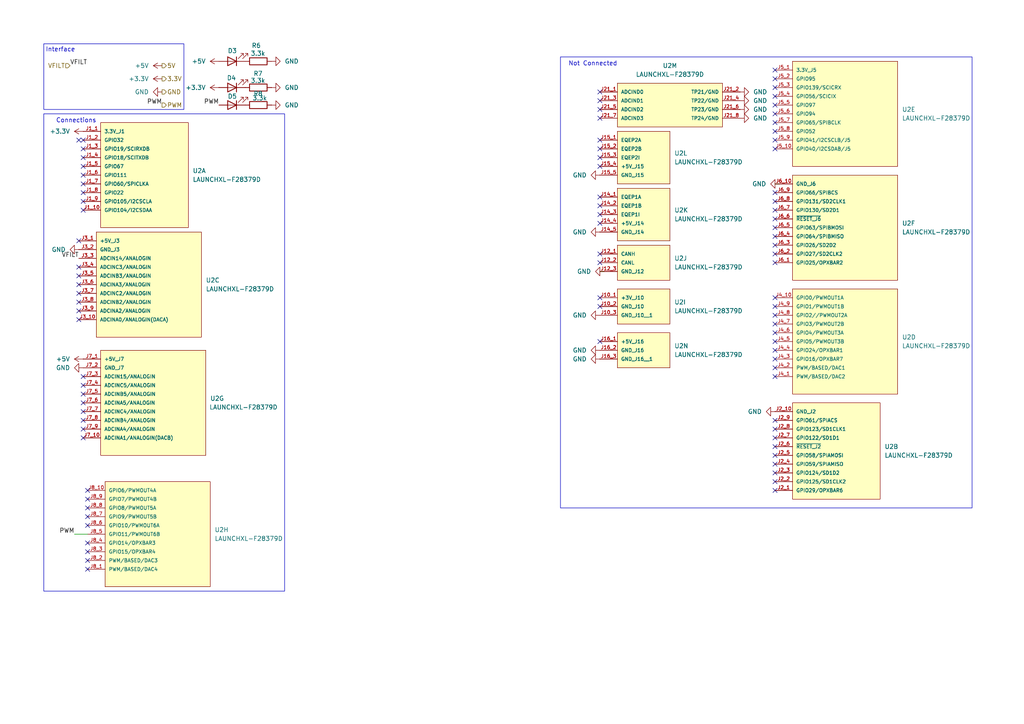
<source format=kicad_sch>
(kicad_sch (version 20231120) (generator "eeschema") (generator_version "8.0")
  (paper "A4")
  (title_block (title "My First Buck") (date "2025-01-21") (rev "v0") (company "Andy Truong"))
  (lib_symbols
    (symbol "Device:R" (pin_numbers hide) (pin_names (offset 0))
      (property "Reference" "R" (at 2.032 0 90))
      (property "Value" "R" (at 0 0 90))
      (symbol "R_0_1"
        (rectangle (start -1.016 -2.54) (end 1.016 2.54) (stroke (width 0.254)))
      )
      (symbol "R_1_1"
        (pin passive line (at 0 3.81 270) (length 1.27) (name "~") (number "1"))
        (pin passive line (at 0 -3.81 90) (length 1.27) (name "~") (number "2"))
      )
    )
    (symbol "LAUNCHXL-F28379D:LAUNCHXL-F28379D" (pin_names (offset 1.016))
      (property "Reference" "U" (at -12.2428 15.9258 0))
      (property "Value" "LAUNCHXL-F28379D" (at -12.7 -17.272 0))
      (symbol "LAUNCHXL-F28379D_1_0"
        (rectangle (start -12.7 -15.24) (end 12.7 15.24) (stroke (width 0.1524)) (fill (type background)))
        (pin power_in line (at -17.78 12.7 0) (length 5.08) (name "3.3V_J1") (number "J1_1"))
        (pin bidirectional line (at -17.78 -10.16 0) (length 5.08) (name "GPIO104/I2CSDAA") (number "J1_10"))
        (pin bidirectional line (at -17.78 10.16 0) (length 5.08) (name "GPIO32") (number "J1_2"))
        (pin bidirectional line (at -17.78 7.62 0) (length 5.08) (name "GPIO19/SCIRXDB") (number "J1_3"))
        (pin bidirectional line (at -17.78 5.08 0) (length 5.08) (name "GPIO18/SCITXDB") (number "J1_4"))
        (pin bidirectional line (at -17.78 2.54 0) (length 5.08) (name "GPIO67") (number "J1_5"))
        (pin bidirectional line (at -17.78 0 0) (length 5.08) (name "GPIO111") (number "J1_6"))
        (pin bidirectional line (at -17.78 -2.54 0) (length 5.08) (name "GPIO60/SPICLKA") (number "J1_7"))
        (pin bidirectional line (at -17.78 -5.08 0) (length 5.08) (name "GPIO22") (number "J1_8"))
        (pin bidirectional line (at -17.78 -7.62 0) (length 5.08) (name "GPIO105/I2CSCLA") (number "J1_9"))
      )
      (symbol "LAUNCHXL-F28379D_2_0"
        (rectangle (start -12.7 -12.7) (end 12.7 15.24) (stroke (width 0.1524)) (fill (type background)))
        (pin bidirectional line (at -17.78 -10.16 0) (length 5.08) (name "GPIO29/OPXBAR6") (number "J2_1"))
        (pin power_in line (at -17.78 12.7 0) (length 5.08) (name "GND_J2") (number "J2_10"))
        (pin bidirectional line (at -17.78 -7.62 0) (length 5.08) (name "GPIO125/SD1CLK2") (number "J2_2"))
        (pin bidirectional line (at -17.78 -5.08 0) (length 5.08) (name "GPIO124/SD1D2") (number "J2_3"))
        (pin bidirectional line (at -17.78 -2.54 0) (length 5.08) (name "GPIO59/SPIAMISO") (number "J2_4"))
        (pin bidirectional line (at -17.78 0 0) (length 5.08) (name "GPIO58/SPIAMOSI") (number "J2_5"))
        (pin bidirectional line (at -17.78 2.54 0) (length 5.08) (name "~{RESET_J2}") (number "J2_6"))
        (pin bidirectional line (at -17.78 5.08 0) (length 5.08) (name "GPIO122/SD1D1") (number "J2_7"))
        (pin bidirectional line (at -17.78 7.62 0) (length 5.08) (name "GPIO123/SD1CLK1") (number "J2_8"))
        (pin bidirectional line (at -17.78 10.16 0) (length 5.08) (name "GPIO61/SPIACS") (number "J2_9"))
      )
      (symbol "LAUNCHXL-F28379D_3_0"
        (rectangle (start -15.24 -15.24) (end 15.24 15.24) (stroke (width 0.1524)) (fill (type background)))
        (pin power_in line (at -20.32 12.7 0) (length 5.08) (name "+5V_J3") (number "J3_1"))
        (pin bidirectional line (at -20.32 -10.16 0) (length 5.08) (name "ADCINA0/ANALOGIN(DACA)") (number "J3_10"))
        (pin power_in line (at -20.32 10.16 0) (length 5.08) (name "GND_J3") (number "J3_2"))
        (pin bidirectional line (at -20.32 7.62 0) (length 5.08) (name "ADCIN14/ANALOGIN") (number "J3_3"))
        (pin bidirectional line (at -20.32 5.08 0) (length 5.08) (name "ADCINC3/ANALOGIN") (number "J3_4"))
        (pin bidirectional line (at -20.32 2.54 0) (length 5.08) (name "ADCINB3/ANALOGIN") (number "J3_5"))
        (pin bidirectional line (at -20.32 0 0) (length 5.08) (name "ADCINA3/ANALOGIN") (number "J3_6"))
        (pin bidirectional line (at -20.32 -2.54 0) (length 5.08) (name "ADCINC2/ANALOGIN") (number "J3_7"))
        (pin bidirectional line (at -20.32 -5.08 0) (length 5.08) (name "ADCINB2/ANALOGIN") (number "J3_8"))
        (pin bidirectional line (at -20.32 -7.62 0) (length 5.08) (name "ADCINA2/ANALOGIN") (number "J3_9"))
      )
      (symbol "LAUNCHXL-F28379D_4_0"
        (rectangle (start -15.24 -15.24) (end 15.24 15.24) (stroke (width 0.1524)) (fill (type background)))
        (pin bidirectional line (at -20.32 -10.16 0) (length 5.08) (name "PWM/BASED/DAC2") (number "J4_1"))
        (pin bidirectional line (at -20.32 12.7 0) (length 5.08) (name "GPIO0/PWMOUT1A") (number "J4_10"))
        (pin bidirectional line (at -20.32 -7.62 0) (length 5.08) (name "PWM/BASED/DAC1") (number "J4_2"))
        (pin bidirectional line (at -20.32 -5.08 0) (length 5.08) (name "GPIO16/OPXBAR7") (number "J4_3"))
        (pin bidirectional line (at -20.32 -2.54 0) (length 5.08) (name "GPIO24/OPXBAR1") (number "J4_4"))
        (pin bidirectional line (at -20.32 0 0) (length 5.08) (name "GPIO5/PWMOUT3B") (number "J4_5"))
        (pin bidirectional line (at -20.32 2.54 0) (length 5.08) (name "GPIO4/PWMOUT3A") (number "J4_6"))
        (pin bidirectional line (at -20.32 5.08 0) (length 5.08) (name "GPIO3/PWMOUT2B") (number "J4_7"))
        (pin bidirectional line (at -20.32 7.62 0) (length 5.08) (name "GPIO2//PWMOUT2A") (number "J4_8"))
        (pin bidirectional line (at -20.32 10.16 0) (length 5.08) (name "GPIO1/PWMOUT1B") (number "J4_9"))
      )
      (symbol "LAUNCHXL-F28379D_5_0"
        (rectangle (start -15.24 -15.24) (end 15.24 15.24) (stroke (width 0.1524)) (fill (type background)))
        (pin power_in line (at -20.32 12.7 0) (length 5.08) (name "3.3V_J5") (number "J5_1"))
        (pin bidirectional line (at -20.32 -10.16 0) (length 5.08) (name "GPIO40/I2CSDAB/J5") (number "J5_10"))
        (pin bidirectional line (at -20.32 10.16 0) (length 5.08) (name "GPIO95") (number "J5_2"))
        (pin bidirectional line (at -20.32 7.62 0) (length 5.08) (name "GPIO139/SCICRX") (number "J5_3"))
        (pin bidirectional line (at -20.32 5.08 0) (length 5.08) (name "GPIO56/SCICIX") (number "J5_4"))
        (pin bidirectional line (at -20.32 2.54 0) (length 5.08) (name "GPIO97") (number "J5_5"))
        (pin bidirectional line (at -20.32 0 0) (length 5.08) (name "GPIO94") (number "J5_6"))
        (pin bidirectional line (at -20.32 -2.54 0) (length 5.08) (name "GPIO65/SPIBCLK") (number "J5_7"))
        (pin bidirectional line (at -20.32 -5.08 0) (length 5.08) (name "GPIO52") (number "J5_8"))
        (pin bidirectional line (at -20.32 -7.62 0) (length 5.08) (name "GPIO41/I2CSCLB/J5") (number "J5_9"))
      )
      (symbol "LAUNCHXL-F28379D_6_0"
        (rectangle (start -15.24 -15.24) (end 15.24 15.24) (stroke (width 0.1524)) (fill (type background)))
        (pin bidirectional line (at -20.32 -10.16 0) (length 5.08) (name "GPIO25/OPXBAR2") (number "J6_1"))
        (pin power_in line (at -20.32 12.7 0) (length 5.08) (name "GND_J6") (number "J6_10"))
        (pin bidirectional line (at -20.32 -7.62 0) (length 5.08) (name "GPIO27/SD2CLK2") (number "J6_2"))
        (pin bidirectional line (at -20.32 -5.08 0) (length 5.08) (name "GPIO26/SD2D2") (number "J6_3"))
        (pin bidirectional line (at -20.32 -2.54 0) (length 5.08) (name "GPIO64/SPIBMISO") (number "J6_4"))
        (pin bidirectional line (at -20.32 0 0) (length 5.08) (name "GPIO63/SPIBMOSI") (number "J6_5"))
        (pin bidirectional line (at -20.32 2.54 0) (length 5.08) (name "~{RESET_J6}") (number "J6_6"))
        (pin bidirectional line (at -20.32 5.08 0) (length 5.08) (name "GPIO130/SD2D1") (number "J6_7"))
        (pin bidirectional line (at -20.32 7.62 0) (length 5.08) (name "GPIO131/SD2CLK1") (number "J6_8"))
        (pin bidirectional line (at -20.32 10.16 0) (length 5.08) (name "GPIO66/SPIBCS") (number "J6_9"))
      )
      (symbol "LAUNCHXL-F28379D_7_0"
        (rectangle (start -15.24 -15.24) (end 15.24 15.24) (stroke (width 0.1524)) (fill (type background)))
        (pin power_in line (at -20.32 12.7 0) (length 5.08) (name "+5V_J7") (number "J7_1"))
        (pin bidirectional line (at -20.32 -10.16 0) (length 5.08) (name "ADCINA1/ANALOGIN(DACB)") (number "J7_10"))
        (pin power_in line (at -20.32 10.16 0) (length 5.08) (name "GND_J7") (number "J7_2"))
        (pin bidirectional line (at -20.32 7.62 0) (length 5.08) (name "ADCIN15/ANALOGIN") (number "J7_3"))
        (pin bidirectional line (at -20.32 5.08 0) (length 5.08) (name "ADCINC5/ANALOGIN") (number "J7_4"))
        (pin bidirectional line (at -20.32 2.54 0) (length 5.08) (name "ADCINB5/ANALOGIN") (number "J7_5"))
        (pin bidirectional line (at -20.32 0 0) (length 5.08) (name "ADCINA5/ANALOGIN") (number "J7_6"))
        (pin bidirectional line (at -20.32 -2.54 0) (length 5.08) (name "ADCINC4/ANALOGIN") (number "J7_7"))
        (pin bidirectional line (at -20.32 -5.08 0) (length 5.08) (name "ADCINB4/ANALOGIN") (number "J7_8"))
        (pin bidirectional line (at -20.32 -7.62 0) (length 5.08) (name "ADCINA4/ANALOGIN") (number "J7_9"))
      )
      (symbol "LAUNCHXL-F28379D_8_0"
        (rectangle (start -15.24 -15.24) (end 15.24 15.24) (stroke (width 0.1524)) (fill (type background)))
        (pin bidirectional line (at -20.32 -10.16 0) (length 5.08) (name "PWM/BASED/DAC4") (number "J8_1"))
        (pin bidirectional line (at -20.32 12.7 0) (length 5.08) (name "GPIO6/PWMOUT4A") (number "J8_10"))
        (pin bidirectional line (at -20.32 -7.62 0) (length 5.08) (name "PWM/BASED/DAC3") (number "J8_2"))
        (pin bidirectional line (at -20.32 -5.08 0) (length 5.08) (name "GPIO15/OPXBAR4") (number "J8_3"))
        (pin bidirectional line (at -20.32 -2.54 0) (length 5.08) (name "GPIO14/OPXBAR3") (number "J8_4"))
        (pin bidirectional line (at -20.32 0 0) (length 5.08) (name "GPIO11/PWMOUT6B") (number "J8_5"))
        (pin bidirectional line (at -20.32 2.54 0) (length 5.08) (name "GPIO10/PWMOUT6A") (number "J8_6"))
        (pin bidirectional line (at -20.32 5.08 0) (length 5.08) (name "GPIO9/PWMOUT5B") (number "J8_7"))
        (pin bidirectional line (at -20.32 7.62 0) (length 5.08) (name "GPIO8/PWMOUT5A") (number "J8_8"))
        (pin bidirectional line (at -20.32 10.16 0) (length 5.08) (name "GPIO7/PWMOUT4B") (number "J8_9"))
      )
      (symbol "LAUNCHXL-F28379D_9_0"
        (rectangle (start -7.62 -7.62) (end 7.62 2.54) (stroke (width 0.1524)) (fill (type background)))
        (pin power_in line (at -12.7 0 0) (length 5.08) (name "+3V_J10") (number "J10_1"))
        (pin power_in line (at -12.7 -2.54 0) (length 5.08) (name "GND_J10") (number "J10_2"))
        (pin power_in line (at -12.7 -5.08 0) (length 5.08) (name "GND_J10__1") (number "J10_3"))
      )
      (symbol "LAUNCHXL-F28379D_10_0"
        (rectangle (start -7.62 -5.08) (end 7.62 5.08) (stroke (width 0.1524)) (fill (type background)))
        (pin bidirectional line (at -12.7 2.54 0) (length 5.08) (name "CANH") (number "J12_1"))
        (pin bidirectional line (at -12.7 0 0) (length 5.08) (name "CANL") (number "J12_2"))
        (pin power_in line (at -12.7 -2.54 0) (length 5.08) (name "GND_J12") (number "J12_3"))
      )
      (symbol "LAUNCHXL-F28379D_11_0"
        (rectangle (start -7.62 -7.62) (end 7.62 7.62) (stroke (width 0.1524)) (fill (type background)))
        (pin bidirectional line (at -12.7 5.08 0) (length 5.08) (name "EQEP1A") (number "J14_1"))
        (pin bidirectional line (at -12.7 2.54 0) (length 5.08) (name "EQEP1B") (number "J14_2"))
        (pin bidirectional line (at -12.7 0 0) (length 5.08) (name "EQEP1I") (number "J14_3"))
        (pin power_in line (at -12.7 -2.54 0) (length 5.08) (name "+5V_J14") (number "J14_4"))
        (pin power_in line (at -12.7 -5.08 0) (length 5.08) (name "GND_J14") (number "J14_5"))
      )
      (symbol "LAUNCHXL-F28379D_12_0"
        (rectangle (start -7.62 -7.62) (end 7.62 7.62) (stroke (width 0.1524)) (fill (type background)))
        (pin bidirectional line (at -12.7 5.08 0) (length 5.08) (name "EQEP2A") (number "J15_1"))
        (pin bidirectional line (at -12.7 2.54 0) (length 5.08) (name "EQEP2B") (number "J15_2"))
        (pin bidirectional line (at -12.7 0 0) (length 5.08) (name "EQEP2I") (number "J15_3"))
        (pin power_in line (at -12.7 -2.54 0) (length 5.08) (name "+5V_J15") (number "J15_4"))
        (pin power_in line (at -12.7 -5.08 0) (length 5.08) (name "GND_J15") (number "J15_5"))
      )
      (symbol "LAUNCHXL-F28379D_13_0"
        (rectangle (start -15.24 -7.62) (end 15.24 5.08) (stroke (width 0.1524)) (fill (type background)))
        (pin input line (at -20.32 2.54 0) (length 5.08) (name "ADCIND0") (number "J21_1"))
        (pin power_in line (at 20.32 2.54 180) (length 5.08) (name "TP21/GND") (number "J21_2"))
        (pin input line (at -20.32 0 0) (length 5.08) (name "ADCIND1") (number "J21_3"))
        (pin power_in line (at 20.32 0 180) (length 5.08) (name "TP22/GND") (number "J21_4"))
        (pin input line (at -20.32 -2.54 0) (length 5.08) (name "ADCIND2") (number "J21_5"))
        (pin power_in line (at 20.32 -2.54 180) (length 5.08) (name "TP23/GND") (number "J21_6"))
        (pin input line (at -20.32 -5.08 0) (length 5.08) (name "ADCIND3") (number "J21_7"))
        (pin power_in line (at 20.32 -5.08 180) (length 5.08) (name "TP24/GND") (number "J21_8"))
      )
      (symbol "LAUNCHXL-F28379D_14_0"
        (rectangle (start -7.62 -5.08) (end 7.62 5.08) (stroke (width 0.1524)) (fill (type background)))
        (pin power_in line (at -12.7 2.54 0) (length 5.08) (name "+5V_J16") (number "J16_1"))
        (pin power_in line (at -12.7 0 0) (length 5.08) (name "GND_J16") (number "J16_2"))
        (pin power_in line (at -12.7 -2.54 0) (length 5.08) (name "GND_J16__1") (number "J16_3"))
      )
    )
    (symbol "LED:IR26-21C_L110_TR8" (pin_numbers hide) (pin_names (offset 1.016) hide)
      (property "Reference" "D" (at 0 2.54 0))
      (property "Value" "IR26-21C_L110_TR8" (at 0 -3.81 0))
      (symbol "IR26-21C_L110_TR8_0_1"
        (polyline (pts (xy -1.27 -1.27) (xy -1.27 1.27)) (stroke (width 0.254)))
        (polyline (pts (xy -1.27 0) (xy 1.27 0)))
        (polyline (pts (xy 1.27 -1.27) (xy 1.27 1.27) (xy -1.27 0) (xy 1.27 -1.27)) (stroke (width 0.254)))
        (polyline (pts (xy -3.048 -0.762) (xy -4.572 -2.286) (xy -3.81 -2.286) (xy -4.572 -2.286) (xy -4.572 -1.524)))
        (polyline (pts (xy -1.778 -0.762) (xy -3.302 -2.286) (xy -2.54 -2.286) (xy -3.302 -2.286) (xy -3.302 -1.524)))
      )
      (symbol "IR26-21C_L110_TR8_1_1"
        (pin passive line (at -3.81 0 0) (length 2.54) (name "K") (number "1"))
        (pin passive line (at 3.81 0 180) (length 2.54) (name "A") (number "2"))
      )
    )
    (symbol "power:+3.3V" (power) (pin_numbers hide) (pin_names (offset 0) hide)
      (property "Value" "+3.3V" (at 0 3.556 0))
      (symbol "+3.3V_0_1"
        (polyline (pts (xy -0.762 1.27) (xy 0 2.54)))
        (polyline (pts (xy 0 0) (xy 0 2.54)))
        (polyline (pts (xy 0 2.54) (xy 0.762 1.27)))
      )
      (symbol "+3.3V_1_1"
        (pin power_in line (at 0 0 90) (length 0) (name "~") (number "1"))
      )
    )
    (symbol "power:+5V" (power) (pin_numbers hide) (pin_names (offset 0) hide)
      (property "Value" "+5V" (at 0 3.556 0))
      (symbol "+5V_0_1"
        (polyline (pts (xy -0.762 1.27) (xy 0 2.54)))
        (polyline (pts (xy 0 0) (xy 0 2.54)))
        (polyline (pts (xy 0 2.54) (xy 0.762 1.27)))
      )
      (symbol "+5V_1_1"
        (pin power_in line (at 0 0 90) (length 0) (name "~") (number "1"))
      )
    )
    (symbol "power:GND" (power) (pin_numbers hide) (pin_names (offset 0) hide)
      (property "Value" "GND" (at 0 -3.81 0))
      (symbol "GND_0_1"
        (polyline (pts (xy 0 0) (xy 0 -1.27) (xy 1.27 -1.27) (xy 0 -2.54) (xy -1.27 -1.27) (xy 0 -1.27)))
      )
      (symbol "GND_1_1"
        (pin power_in line (at 0 0 270) (length 0) (name "~") (number "1"))
      )
    )
  )
  (no_connect (at 173.99 88.9))
  (no_connect (at 173.99 99.06))
  (no_connect (at 224.79 106.68))
  (no_connect (at 224.79 43.18))
  (no_connect (at 224.79 27.94))
  (no_connect (at 25.4 144.78))
  (no_connect (at 173.99 34.29))
  (no_connect (at 224.79 71.12))
  (no_connect (at 24.13 127))
  (no_connect (at 173.99 31.75))
  (no_connect (at 24.13 50.8))
  (no_connect (at 25.4 160.02))
  (no_connect (at 224.79 139.7))
  (no_connect (at 224.79 101.6))
  (no_connect (at 22.86 87.63))
  (no_connect (at 24.13 116.84))
  (no_connect (at 24.13 45.72))
  (no_connect (at 224.79 137.16))
  (no_connect (at 224.79 104.14))
  (no_connect (at 22.86 92.71))
  (no_connect (at 173.99 45.72))
  (no_connect (at 224.79 134.62))
  (no_connect (at 173.99 64.77))
  (no_connect (at 224.79 35.56))
  (no_connect (at 25.4 162.56))
  (no_connect (at 24.13 124.46))
  (no_connect (at 173.99 62.23))
  (no_connect (at 173.99 86.36))
  (no_connect (at 25.4 142.24))
  (no_connect (at 224.79 129.54))
  (no_connect (at 24.13 55.88))
  (no_connect (at 173.99 26.67))
  (no_connect (at 24.13 48.26))
  (no_connect (at 22.86 82.55))
  (no_connect (at 224.79 91.44))
  (no_connect (at 22.86 69.85))
  (no_connect (at 224.79 96.52))
  (no_connect (at 224.79 142.24))
  (no_connect (at 224.79 86.36))
  (no_connect (at 224.79 30.48))
  (no_connect (at 22.86 77.47))
  (no_connect (at 173.99 57.15))
  (no_connect (at 224.79 66.04))
  (no_connect (at 25.4 152.4))
  (no_connect (at 224.79 22.86))
  (no_connect (at 224.79 124.46))
  (no_connect (at 24.13 121.92))
  (no_connect (at 173.99 40.64))
  (no_connect (at 173.99 76.2))
  (no_connect (at 224.79 25.4))
  (no_connect (at 224.79 76.2))
  (no_connect (at 224.79 33.02))
  (no_connect (at 224.79 121.92))
  (no_connect (at 173.99 29.21))
  (no_connect (at 25.4 149.86))
  (no_connect (at 24.13 114.3))
  (no_connect (at 24.13 53.34))
  (no_connect (at 224.79 132.08))
  (no_connect (at 173.99 73.66))
  (no_connect (at 224.79 63.5))
  (no_connect (at 224.79 109.22))
  (no_connect (at 224.79 55.88))
  (no_connect (at 224.79 58.42))
  (no_connect (at 24.13 40.64))
  (no_connect (at 224.79 73.66))
  (no_connect (at 173.99 59.69))
  (no_connect (at 224.79 127))
  (no_connect (at 173.99 43.18))
  (no_connect (at 224.79 40.64))
  (no_connect (at 22.86 80.01))
  (no_connect (at 25.4 165.1))
  (no_connect (at 224.79 60.96))
  (no_connect (at 24.13 58.42))
  (no_connect (at 22.86 40.64))
  (no_connect (at 173.99 48.26))
  (no_connect (at 224.79 93.98))
  (no_connect (at 22.86 85.09))
  (no_connect (at 224.79 20.32))
  (no_connect (at 25.4 157.48))
  (no_connect (at 224.79 99.06))
  (no_connect (at 24.13 60.96))
  (no_connect (at 24.13 109.22))
  (no_connect (at 25.4 147.32))
  (no_connect (at 22.86 90.17))
  (no_connect (at 24.13 43.18))
  (no_connect (at 224.79 38.1))
  (no_connect (at 224.79 88.9))
  (no_connect (at 224.79 68.58))
  (no_connect (at 24.13 119.38))
  (no_connect (at 24.13 111.76))
  (wire (pts (xy 175.26 78.74) (xy 173.99 78.74)))
  (wire (pts (xy 226.06 53.34) (xy 224.79 53.34)))
  (wire (pts (xy 25.4 154.94) (xy 21.59 154.94)))
  (rectangle (start 12.7 12.7) (end 53.34 31.75))
  (rectangle (start 12.7 33.02) (end 82.55 171.45))
  (rectangle (start 162.56 16.51) (end 281.94 147.32))
  (text "Connections" (at 22.098 35.052 0) (effects (font (size 1.27 1.27))))
  (text "Interface\n" (at 17.526 14.478 0) (effects (font (size 1.27 1.27))))
  (text "Not Connected\n" (at 171.958 18.542 0) (effects (font (size 1.27 1.27))))
  (label "VFILT" (at 20.32 19.05 0))
  (label "VFILT" (at 22.86 74.93 180))
  (label "PWM" (at 21.59 154.94 180))
  (label "PWM" (at 63.5 30.48 180))
  (label "PWM" (at 46.99 30.48 180))
  (hierarchical_label "3.3V" (shape output) (at 46.99 22.86 0))
  (hierarchical_label "PWM" (shape output) (at 46.99 30.48 0))
  (hierarchical_label "5V" (shape output) (at 46.99 19.05 0))
  (hierarchical_label "VFILT" (shape input) (at 20.32 19.05 180))
  (hierarchical_label "GND" (shape output) (at 46.99 26.67 0))
  (symbol (lib_id "LAUNCHXL-F28379D:LAUNCHXL-F28379D") (at 186.69 101.6 0) (unit 14)
    (property "Reference" "U2" (at 195.58 100.3299 0) (effects (justify left)))
    (property "Value" "LAUNCHXL-F28379D" (at 195.58 102.8699 0) (effects (justify left)))
    (property "Footprint" "LAUNCHXL_F28379D:MOD_LAUNCHXL-F28379D" (effects (hide yes)))
    (property "PARTREV" "2.0" (effects (hide yes)))
    (property "STANDARD" "Manufacturer Recommendations" (effects (hide yes)))
    (property "MANUFACTURER" "Texas Instruments" (effects (hide yes)))
  )
  (symbol (lib_id "LAUNCHXL-F28379D:LAUNCHXL-F28379D") (at 194.31 29.21 0) (unit 13)
    (property "Reference" "U2" (at 194.31 19.05 0))
    (property "Value" "LAUNCHXL-F28379D" (at 194.31 21.59 0))
    (property "Footprint" "LAUNCHXL_F28379D:MOD_LAUNCHXL-F28379D" (effects (hide yes)))
    (property "PARTREV" "2.0" (effects (hide yes)))
    (property "STANDARD" "Manufacturer Recommendations" (effects (hide yes)))
    (property "MANUFACTURER" "Texas Instruments" (effects (hide yes)))
  )
  (symbol (lib_id "power:GND") (at 214.63 26.67 90) (unit 1)
    (property "Reference" "#PWR025" (effects (hide yes)))
    (property "Value" "GND" (at 218.44 26.6699 90) (effects (justify right)))
    (property "Description" "Power symbol creates a global label with name \"GND\" , ground" (effects (hide yes)))
  )
  (symbol (lib_id "LAUNCHXL-F28379D:LAUNCHXL-F28379D") (at 245.11 99.06 0) (unit 4)
    (property "Reference" "U2" (at 261.62 97.7899 0) (effects (justify left)))
    (property "Value" "LAUNCHXL-F28379D" (at 261.62 100.3299 0) (effects (justify left)))
    (property "Footprint" "LAUNCHXL_F28379D:MOD_LAUNCHXL-F28379D" (effects (hide yes)))
    (property "PARTREV" "2.0" (effects (hide yes)))
    (property "STANDARD" "Manufacturer Recommendations" (effects (hide yes)))
    (property "MANUFACTURER" "Texas Instruments" (effects (hide yes)))
  )
  (symbol (lib_id "power:GND") (at 214.63 34.29 90) (unit 1)
    (property "Reference" "#PWR028" (effects (hide yes)))
    (property "Value" "GND" (at 218.44 34.2899 90) (effects (justify right)))
    (property "Description" "Power symbol creates a global label with name \"GND\" , ground" (effects (hide yes)))
  )
  (symbol (lib_id "LED:IR26-21C_L110_TR8") (at 67.31 30.48 180) (unit 1)
    (property "Reference" "D5" (at 66.04 27.94 0) (effects (justify right)))
    (property "Value" "IR26-21C_L110_TR8" (effects (hide yes)))
    (property "Footprint" "LED_SMD:LED_1206_3216Metric" (effects (hide yes)))
    (property "Datasheet" "http://www.everlight.com/file/ProductFile/IR26-21C-L110-TR8.pdf" (effects (hide yes)))
    (property "Description" "940nm, 20 deg, Infrared LED, 1206" (effects (hide yes)))
  )
  (symbol (lib_id "LAUNCHXL-F28379D:LAUNCHXL-F28379D") (at 186.69 76.2 0) (unit 10)
    (property "Reference" "U2" (at 195.58 74.9299 0) (effects (justify left)))
    (property "Value" "LAUNCHXL-F28379D" (at 195.58 77.4699 0) (effects (justify left)))
    (property "Footprint" "LAUNCHXL_F28379D:MOD_LAUNCHXL-F28379D" (effects (hide yes)))
    (property "PARTREV" "2.0" (effects (hide yes)))
    (property "STANDARD" "Manufacturer Recommendations" (effects (hide yes)))
    (property "MANUFACTURER" "Texas Instruments" (effects (hide yes)))
  )
  (symbol (lib_id "power:GND") (at 78.74 30.48 90) (unit 1)
    (property "Reference" "#PWR049" (effects (hide yes)))
    (property "Value" "GND" (at 82.55 30.4799 90) (effects (justify right)))
    (property "Description" "Power symbol creates a global label with name \"GND\" , ground" (effects (hide yes)))
  )
  (symbol (lib_id "LAUNCHXL-F28379D:LAUNCHXL-F28379D") (at 45.72 154.94 0) (unit 8)
    (property "Reference" "U2" (at 62.23 153.6699 0) (effects (justify left)))
    (property "Value" "LAUNCHXL-F28379D" (at 62.23 156.2099 0) (effects (justify left)))
    (property "Footprint" "LAUNCHXL_F28379D:MOD_LAUNCHXL-F28379D" (effects (hide yes)))
    (property "PARTREV" "2.0" (effects (hide yes)))
    (property "STANDARD" "Manufacturer Recommendations" (effects (hide yes)))
    (property "MANUFACTURER" "Texas Instruments" (effects (hide yes)))
  )
  (symbol (lib_id "power:GND") (at 226.06 53.34 270) (unit 1)
    (property "Reference" "#PWR024" (effects (hide yes)))
    (property "Value" "GND" (at 222.25 53.3399 90) (effects (justify right)))
    (property "Description" "Power symbol creates a global label with name \"GND\" , ground" (effects (hide yes)))
  )
  (symbol (lib_id "power:+5V") (at 24.13 104.14 90) (unit 1)
    (property "Reference" "#PWR022" (effects (hide yes)))
    (property "Value" "+5V" (at 20.32 104.1399 90) (effects (justify left)))
    (property "Description" "Power symbol creates a global label with name \"+5V\"" (effects (hide yes)))
  )
  (symbol (lib_id "LED:IR26-21C_L110_TR8") (at 67.31 17.78 180) (unit 1)
    (property "Reference" "D3" (at 66.04 14.732 0) (effects (justify right)))
    (property "Value" "IR26-21C_L110_TR8" (effects (hide yes)))
    (property "Footprint" "LED_SMD:LED_1206_3216Metric" (effects (hide yes)))
    (property "Datasheet" "http://www.everlight.com/file/ProductFile/IR26-21C-L110-TR8.pdf" (effects (hide yes)))
    (property "Description" "940nm, 20 deg, Infrared LED, 1206" (effects (hide yes)))
  )
  (symbol (lib_id "power:+5V") (at 46.99 19.05 90) (unit 1)
    (property "Reference" "#PWR018" (effects (hide yes)))
    (property "Value" "+5V" (at 43.18 19.0499 90) (effects (justify left)))
    (property "Description" "Power symbol creates a global label with name \"+5V\"" (effects (hide yes)))
  )
  (symbol (lib_id "power:+3.3V") (at 63.5 25.4 90) (unit 1)
    (property "Reference" "#PWR044" (effects (hide yes)))
    (property "Value" "+3.3V" (at 59.69 25.3999 90) (effects (justify left)))
    (property "Description" "Power symbol creates a global label with name \"+3.3V\"" (effects (hide yes)))
  )
  (symbol (lib_id "power:GND") (at 173.99 67.31 270) (unit 1)
    (property "Reference" "#PWR030" (effects (hide yes)))
    (property "Value" "GND" (at 170.18 67.3099 90) (effects (justify right)))
    (property "Description" "Power symbol creates a global label with name \"GND\" , ground" (effects (hide yes)))
  )
  (symbol (lib_id "power:GND") (at 173.99 104.14 270) (unit 1)
    (property "Reference" "#PWR034" (effects (hide yes)))
    (property "Value" "GND" (at 170.18 104.1399 90) (effects (justify right)))
    (property "Description" "Power symbol creates a global label with name \"GND\" , ground" (effects (hide yes)))
  )
  (symbol (lib_id "Device:R") (at 74.93 17.78 90) (unit 1)
    (property "Reference" "R6" (at 75.692 13.208 90) (effects (justify left)))
    (property "Value" "3.3k" (at 76.962 15.494 90) (effects (justify left)))
    (property "Footprint" "Resistor_SMD:R_0805_2012Metric_Pad1.20x1.40mm_HandSolder" (effects (hide yes)))
    (property "Datasheet" "ERJ-P06F3301V" (effects (hide yes)))
    (property "Description" "Resistor" (effects (hide yes)))
    (property "Part Number" "ERJ-P06F3301V" (effects (hide yes)))
  )
  (symbol (lib_id "power:GND") (at 214.63 31.75 90) (unit 1)
    (property "Reference" "#PWR027" (effects (hide yes)))
    (property "Value" "GND" (at 218.44 31.7499 90) (effects (justify right)))
    (property "Description" "Power symbol creates a global label with name \"GND\" , ground" (effects (hide yes)))
  )
  (symbol (lib_id "Device:R") (at 74.93 25.4 90) (unit 1)
    (property "Reference" "R7" (at 76.2 21.336 90) (effects (justify left)))
    (property "Value" "3.3k" (at 76.962 23.368 90) (effects (justify left)))
    (property "Footprint" "Resistor_SMD:R_0805_2012Metric_Pad1.20x1.40mm_HandSolder" (effects (hide yes)))
    (property "Datasheet" "ERJ-P06F3301V" (effects (hide yes)))
    (property "Description" "Resistor" (effects (hide yes)))
    (property "Part Number" "ERJ-P06F3301V" (effects (hide yes)))
  )
  (symbol (lib_id "power:GND") (at 175.26 78.74 270) (unit 1)
    (property "Reference" "#PWR031" (effects (hide yes)))
    (property "Value" "GND" (at 171.45 78.7399 90) (effects (justify right)))
    (property "Description" "Power symbol creates a global label with name \"GND\" , ground" (effects (hide yes)))
  )
  (symbol (lib_id "LAUNCHXL-F28379D:LAUNCHXL-F28379D") (at 43.18 82.55 0) (unit 3)
    (property "Reference" "U2" (at 59.69 81.2799 0) (effects (justify left)))
    (property "Value" "LAUNCHXL-F28379D" (at 59.69 83.8199 0) (effects (justify left)))
    (property "Footprint" "LAUNCHXL_F28379D:MOD_LAUNCHXL-F28379D" (effects (hide yes)))
    (property "PARTREV" "2.0" (effects (hide yes)))
    (property "STANDARD" "Manufacturer Recommendations" (effects (hide yes)))
    (property "MANUFACTURER" "Texas Instruments" (effects (hide yes)))
  )
  (symbol (lib_id "LAUNCHXL-F28379D:LAUNCHXL-F28379D") (at 41.91 50.8 0) (unit 1)
    (property "Reference" "U2" (at 55.88 49.5299 0) (effects (justify left)))
    (property "Value" "LAUNCHXL-F28379D" (at 55.88 52.0699 0) (effects (justify left)))
    (property "Footprint" "LAUNCHXL_F28379D:MOD_LAUNCHXL-F28379D" (effects (hide yes)))
    (property "PARTREV" "2.0" (effects (hide yes)))
    (property "STANDARD" "Manufacturer Recommendations" (effects (hide yes)))
    (property "MANUFACTURER" "Texas Instruments" (effects (hide yes)))
  )
  (symbol (lib_id "LED:IR26-21C_L110_TR8") (at 67.31 25.4 180) (unit 1)
    (property "Reference" "D4" (at 65.786 22.606 0) (effects (justify right)))
    (property "Value" "IR26-21C_L110_TR8" (effects (hide yes)))
    (property "Footprint" "LED_SMD:LED_1206_3216Metric" (effects (hide yes)))
    (property "Datasheet" "http://www.everlight.com/file/ProductFile/IR26-21C-L110-TR8.pdf" (effects (hide yes)))
    (property "Description" "940nm, 20 deg, Infrared LED, 1206" (effects (hide yes)))
  )
  (symbol (lib_id "power:GND") (at 46.99 26.67 270) (unit 1)
    (property "Reference" "#PWR020" (effects (hide yes)))
    (property "Value" "GND" (at 43.18 26.6699 90) (effects (justify right)))
    (property "Description" "Power symbol creates a global label with name \"GND\" , ground" (effects (hide yes)))
  )
  (symbol (lib_id "power:GND") (at 214.63 29.21 90) (unit 1)
    (property "Reference" "#PWR026" (effects (hide yes)))
    (property "Value" "GND" (at 218.44 29.2099 90) (effects (justify right)))
    (property "Description" "Power symbol creates a global label with name \"GND\" , ground" (effects (hide yes)))
  )
  (symbol (lib_id "power:GND") (at 173.99 91.44 270) (unit 1)
    (property "Reference" "#PWR032" (effects (hide yes)))
    (property "Value" "GND" (at 170.18 91.4399 90) (effects (justify right)))
    (property "Description" "Power symbol creates a global label with name \"GND\" , ground" (effects (hide yes)))
  )
  (symbol (lib_id "power:+3.3V") (at 24.13 38.1 90) (unit 1)
    (property "Reference" "#PWR021" (effects (hide yes)))
    (property "Value" "+3.3V" (at 20.32 38.0999 90) (effects (justify left)))
    (property "Description" "Power symbol creates a global label with name \"+3.3V\"" (effects (hide yes)))
  )
  (symbol (lib_id "power:GND") (at 24.13 106.68 270) (unit 1)
    (property "Reference" "#PWR036" (effects (hide yes)))
    (property "Value" "GND" (at 20.32 106.6799 90) (effects (justify right)))
    (property "Description" "Power symbol creates a global label with name \"GND\" , ground" (effects (hide yes)))
  )
  (symbol (lib_id "power:+5V") (at 63.5 17.78 90) (unit 1)
    (property "Reference" "#PWR046" (effects (hide yes)))
    (property "Value" "+5V" (at 59.69 17.7799 90) (effects (justify left)))
    (property "Description" "Power symbol creates a global label with name \"+5V\"" (effects (hide yes)))
  )
  (symbol (lib_id "power:GND") (at 22.86 72.39 270) (unit 1)
    (property "Reference" "#PWR035" (effects (hide yes)))
    (property "Value" "GND" (at 19.05 72.3899 90) (effects (justify right)))
    (property "Description" "Power symbol creates a global label with name \"GND\" , ground" (effects (hide yes)))
  )
  (symbol (lib_id "LAUNCHXL-F28379D:LAUNCHXL-F28379D") (at 245.11 66.04 0) (unit 6)
    (property "Reference" "U2" (at 261.62 64.7699 0) (effects (justify left)))
    (property "Value" "LAUNCHXL-F28379D" (at 261.62 67.3099 0) (effects (justify left)))
    (property "Footprint" "LAUNCHXL_F28379D:MOD_LAUNCHXL-F28379D" (effects (hide yes)))
    (property "PARTREV" "2.0" (effects (hide yes)))
    (property "STANDARD" "Manufacturer Recommendations" (effects (hide yes)))
    (property "MANUFACTURER" "Texas Instruments" (effects (hide yes)))
  )
  (symbol (lib_id "LAUNCHXL-F28379D:LAUNCHXL-F28379D") (at 245.11 33.02 0) (unit 5)
    (property "Reference" "U2" (at 261.62 31.7499 0) (effects (justify left)))
    (property "Value" "LAUNCHXL-F28379D" (at 261.62 34.2899 0) (effects (justify left)))
    (property "Footprint" "LAUNCHXL_F28379D:MOD_LAUNCHXL-F28379D" (effects (hide yes)))
    (property "PARTREV" "2.0" (effects (hide yes)))
    (property "STANDARD" "Manufacturer Recommendations" (effects (hide yes)))
    (property "MANUFACTURER" "Texas Instruments" (effects (hide yes)))
  )
  (symbol (lib_id "LAUNCHXL-F28379D:LAUNCHXL-F28379D") (at 186.69 62.23 0) (unit 11)
    (property "Reference" "U2" (at 195.58 60.9599 0) (effects (justify left)))
    (property "Value" "LAUNCHXL-F28379D" (at 195.58 63.4999 0) (effects (justify left)))
    (property "Footprint" "LAUNCHXL_F28379D:MOD_LAUNCHXL-F28379D" (effects (hide yes)))
    (property "PARTREV" "2.0" (effects (hide yes)))
    (property "STANDARD" "Manufacturer Recommendations" (effects (hide yes)))
    (property "MANUFACTURER" "Texas Instruments" (effects (hide yes)))
  )
  (symbol (lib_id "Device:R") (at 74.93 30.48 90) (unit 1)
    (property "Reference" "R8" (at 76.2 27.178 90) (effects (justify left)))
    (property "Value" "3.3k" (at 77.47 28.448 90) (effects (justify left)))
    (property "Footprint" "Resistor_SMD:R_0805_2012Metric_Pad1.20x1.40mm_HandSolder" (effects (hide yes)))
    (property "Datasheet" "ERJ-P06F3301V" (effects (hide yes)))
    (property "Description" "Resistor" (effects (hide yes)))
    (property "Part Number" "ERJ-P06F3301V" (effects (hide yes)))
  )
  (symbol (lib_id "power:GND") (at 224.79 119.38 270) (unit 1)
    (property "Reference" "#PWR023" (effects (hide yes)))
    (property "Value" "GND" (at 220.98 119.3799 90) (effects (justify right)))
    (property "Description" "Power symbol creates a global label with name \"GND\" , ground" (effects (hide yes)))
  )
  (symbol (lib_id "LAUNCHXL-F28379D:LAUNCHXL-F28379D") (at 186.69 86.36 0) (unit 9)
    (property "Reference" "U2" (at 195.58 87.6299 0) (effects (justify left)))
    (property "Value" "LAUNCHXL-F28379D" (at 195.58 90.1699 0) (effects (justify left)))
    (property "Footprint" "LAUNCHXL_F28379D:MOD_LAUNCHXL-F28379D" (effects (hide yes)))
    (property "PARTREV" "2.0" (effects (hide yes)))
    (property "STANDARD" "Manufacturer Recommendations" (effects (hide yes)))
    (property "MANUFACTURER" "Texas Instruments" (effects (hide yes)))
  )
  (symbol (lib_id "power:GND") (at 173.99 50.8 270) (unit 1)
    (property "Reference" "#PWR029" (effects (hide yes)))
    (property "Value" "GND" (at 170.18 50.7999 90) (effects (justify right)))
    (property "Description" "Power symbol creates a global label with name \"GND\" , ground" (effects (hide yes)))
  )
  (symbol (lib_id "LAUNCHXL-F28379D:LAUNCHXL-F28379D") (at 242.57 132.08 0) (unit 2)
    (property "Reference" "U2" (at 256.54 129.5399 0) (effects (justify left)))
    (property "Value" "LAUNCHXL-F28379D" (at 256.54 132.0799 0) (effects (justify left)))
    (property "Footprint" "LAUNCHXL_F28379D:MOD_LAUNCHXL-F28379D" (effects (hide yes)))
    (property "PARTREV" "2.0" (effects (hide yes)))
    (property "STANDARD" "Manufacturer Recommendations" (effects (hide yes)))
    (property "MANUFACTURER" "Texas Instruments" (effects (hide yes)))
  )
  (symbol (lib_id "power:GND") (at 78.74 17.78 90) (unit 1)
    (property "Reference" "#PWR047" (effects (hide yes)))
    (property "Value" "GND" (at 82.55 17.7799 90) (effects (justify right)))
    (property "Description" "Power symbol creates a global label with name \"GND\" , ground" (effects (hide yes)))
  )
  (symbol (lib_id "power:GND") (at 78.74 25.4 90) (unit 1)
    (property "Reference" "#PWR048" (effects (hide yes)))
    (property "Value" "GND" (at 82.55 25.3999 90) (effects (justify right)))
    (property "Description" "Power symbol creates a global label with name \"GND\" , ground" (effects (hide yes)))
  )
  (symbol (lib_id "LAUNCHXL-F28379D:LAUNCHXL-F28379D") (at 44.45 116.84 0) (unit 7)
    (property "Reference" "U2" (at 60.96 115.5699 0) (effects (justify left)))
    (property "Value" "LAUNCHXL-F28379D" (at 60.706 118.11 0) (effects (justify left)))
    (property "Footprint" "LAUNCHXL_F28379D:MOD_LAUNCHXL-F28379D" (effects (hide yes)))
    (property "PARTREV" "2.0" (effects (hide yes)))
    (property "STANDARD" "Manufacturer Recommendations" (effects (hide yes)))
    (property "MANUFACTURER" "Texas Instruments" (effects (hide yes)))
  )
  (symbol (lib_id "power:GND") (at 173.99 101.6 270) (unit 1)
    (property "Reference" "#PWR033" (effects (hide yes)))
    (property "Value" "GND" (at 170.18 101.5999 90) (effects (justify right)))
    (property "Description" "Power symbol creates a global label with name \"GND\" , ground" (effects (hide yes)))
  )
  (symbol (lib_id "power:+3.3V") (at 46.99 22.86 90) (unit 1)
    (property "Reference" "#PWR019" (effects (hide yes)))
    (property "Value" "+3.3V" (at 43.18 22.8599 90) (effects (justify left)))
    (property "Description" "Power symbol creates a global label with name \"+3.3V\"" (effects (hide yes)))
  )
  (symbol (lib_id "LAUNCHXL-F28379D:LAUNCHXL-F28379D") (at 186.69 45.72 0) (unit 12)
    (property "Reference" "U2" (at 195.58 44.4499 0) (effects (justify left)))
    (property "Value" "LAUNCHXL-F28379D" (at 195.58 46.9899 0) (effects (justify left)))
    (property "Footprint" "LAUNCHXL_F28379D:MOD_LAUNCHXL-F28379D" (effects (hide yes)))
    (property "PARTREV" "2.0" (effects (hide yes)))
    (property "STANDARD" "Manufacturer Recommendations" (effects (hide yes)))
    (property "MANUFACTURER" "Texas Instruments" (effects (hide yes)))
  )
)
</source>
